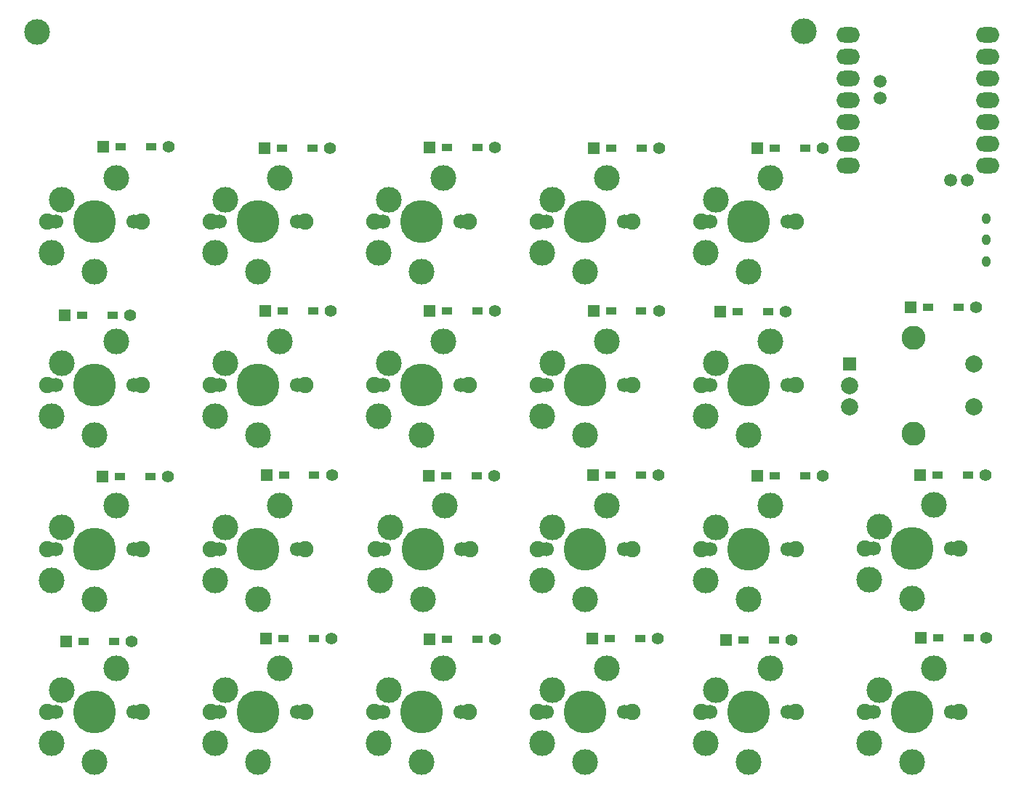
<source format=gbr>
%TF.GenerationSoftware,KiCad,Pcbnew,8.0.7*%
%TF.CreationDate,2025-02-15T16:26:46+09:00*%
%TF.ProjectId,cool642tb_L,636f6f6c-3634-4327-9462-5f4c2e6b6963,rev?*%
%TF.SameCoordinates,Original*%
%TF.FileFunction,Soldermask,Top*%
%TF.FilePolarity,Negative*%
%FSLAX46Y46*%
G04 Gerber Fmt 4.6, Leading zero omitted, Abs format (unit mm)*
G04 Created by KiCad (PCBNEW 8.0.7) date 2025-02-15 16:26:46*
%MOMM*%
%LPD*%
G01*
G04 APERTURE LIST*
%ADD10C,1.900000*%
%ADD11C,1.700000*%
%ADD12C,3.000000*%
%ADD13C,5.000000*%
%ADD14R,1.397000X1.397000*%
%ADD15R,1.300000X0.950000*%
%ADD16C,1.397000*%
%ADD17C,2.000000*%
%ADD18R,1.500000X1.500000*%
%ADD19C,2.800000*%
%ADD20O,1.000000X1.300000*%
%ADD21O,2.750000X1.800000*%
%ADD22C,1.500000*%
G04 APERTURE END LIST*
D10*
%TO.C,SW14*%
X51650000Y-19050000D03*
D11*
X52070000Y-19050000D03*
D12*
X52150000Y-22750000D03*
D11*
X52650000Y-19050000D03*
D12*
X53340000Y-16510000D03*
D13*
X57150000Y-19050000D03*
D12*
X57150000Y-24950000D03*
X59690000Y-13970000D03*
D11*
X61650000Y-19050000D03*
X62230000Y-19050000D03*
D10*
X62650000Y-19050000D03*
%TD*%
D14*
%TO.C,D3*%
X890000Y-29720000D03*
D15*
X2925000Y-29720000D03*
X6475000Y-29720000D03*
D16*
X8510000Y-29720000D03*
%TD*%
D12*
%TO.C,B1*%
X-6700000Y22080000D03*
X82570000Y22120000D03*
%TD*%
D10*
%TO.C,SW18*%
X70700000Y-19050000D03*
D11*
X71120000Y-19050000D03*
D12*
X71200000Y-22750000D03*
D11*
X71700000Y-19050000D03*
D12*
X72390000Y-16510000D03*
D13*
X76200000Y-19050000D03*
D12*
X76200000Y-24950000D03*
X78740000Y-13970000D03*
D11*
X80700000Y-19050000D03*
X81280000Y-19050000D03*
D10*
X81700000Y-19050000D03*
%TD*%
D14*
%TO.C,D13*%
X58170000Y8480000D03*
D15*
X60205000Y8480000D03*
X63755000Y8480000D03*
D16*
X65790000Y8480000D03*
%TD*%
D10*
%TO.C,SW12*%
X32600000Y-57150000D03*
D11*
X33020000Y-57150000D03*
D12*
X33100000Y-60850000D03*
D11*
X33600000Y-57150000D03*
D12*
X34290000Y-54610000D03*
D13*
X38100000Y-57150000D03*
D12*
X38100000Y-63050000D03*
X40640000Y-52070000D03*
D11*
X42600000Y-57150000D03*
X43180000Y-57150000D03*
D10*
X43600000Y-57150000D03*
%TD*%
%TO.C,SW23*%
X89750000Y-57150000D03*
D11*
X90170000Y-57150000D03*
D12*
X90250000Y-60850000D03*
D11*
X90750000Y-57150000D03*
D12*
X91440000Y-54610000D03*
D13*
X95250000Y-57150000D03*
D12*
X95250000Y-63050000D03*
X97790000Y-52070000D03*
D11*
X99750000Y-57150000D03*
X100330000Y-57150000D03*
D10*
X100750000Y-57150000D03*
%TD*%
D14*
%TO.C,D10*%
X39000000Y-10420000D03*
D15*
X41035000Y-10420000D03*
X44585000Y-10420000D03*
D16*
X46620000Y-10420000D03*
%TD*%
D14*
%TO.C,D19*%
X77190000Y-29630000D03*
D15*
X79225000Y-29630000D03*
X82775000Y-29630000D03*
D16*
X84810000Y-29630000D03*
%TD*%
D14*
%TO.C,D16*%
X57960000Y-48600000D03*
D15*
X59995000Y-48600000D03*
X63545000Y-48600000D03*
D16*
X65580000Y-48600000D03*
%TD*%
D10*
%TO.C,SW19*%
X70700000Y-38200000D03*
D11*
X71120000Y-38200000D03*
D12*
X71200000Y-41900000D03*
D11*
X71700000Y-38200000D03*
D12*
X72390000Y-35660000D03*
D13*
X76200000Y-38200000D03*
D12*
X76200000Y-44100000D03*
X78740000Y-33120000D03*
D11*
X80700000Y-38200000D03*
X81280000Y-38200000D03*
D10*
X81700000Y-38200000D03*
%TD*%
%TO.C,SW1*%
X-5500000Y0D03*
D11*
X-5080000Y0D03*
D12*
X-5000000Y-3700000D03*
D11*
X-4500000Y0D03*
D12*
X-3810000Y2540000D03*
D13*
X0Y0D03*
D12*
X0Y-5900000D03*
X2540000Y5080000D03*
D11*
X4500000Y0D03*
X5080000Y0D03*
D10*
X5500000Y0D03*
%TD*%
%TO.C,SW13*%
X51650000Y0D03*
D11*
X52070000Y0D03*
D12*
X52150000Y-3700000D03*
D11*
X52650000Y0D03*
D12*
X53340000Y2540000D03*
D13*
X57150000Y0D03*
D12*
X57150000Y-5900000D03*
X59690000Y5080000D03*
D11*
X61650000Y0D03*
X62230000Y0D03*
D10*
X62650000Y0D03*
%TD*%
D14*
%TO.C,D7*%
X19990000Y-29570000D03*
D15*
X22025000Y-29570000D03*
X25575000Y-29570000D03*
D16*
X27610000Y-29570000D03*
%TD*%
D14*
%TO.C,D21*%
X95025000Y-10040000D03*
D15*
X97060000Y-10040000D03*
X100610000Y-10040000D03*
D16*
X102645000Y-10040000D03*
%TD*%
D10*
%TO.C,SW10*%
X32600000Y-19050000D03*
D11*
X33020000Y-19050000D03*
D12*
X33100000Y-22750000D03*
D11*
X33600000Y-19050000D03*
D12*
X34290000Y-16510000D03*
D13*
X38100000Y-19050000D03*
D12*
X38100000Y-24950000D03*
X40640000Y-13970000D03*
D11*
X42600000Y-19050000D03*
X43180000Y-19050000D03*
D10*
X43600000Y-19050000D03*
%TD*%
D14*
%TO.C,D14*%
X58090000Y-10490000D03*
D15*
X60125000Y-10490000D03*
X63675000Y-10490000D03*
D16*
X65710000Y-10490000D03*
%TD*%
D14*
%TO.C,D18*%
X72855000Y-10550000D03*
D15*
X74890000Y-10550000D03*
X78440000Y-10550000D03*
D16*
X80475000Y-10550000D03*
%TD*%
D14*
%TO.C,D5*%
X19770000Y8520000D03*
D15*
X21805000Y8520000D03*
X25355000Y8520000D03*
D16*
X27390000Y8520000D03*
%TD*%
D10*
%TO.C,SW9*%
X32600000Y0D03*
D11*
X33020000Y0D03*
D12*
X33100000Y-3700000D03*
D11*
X33600000Y0D03*
D12*
X34290000Y2540000D03*
D13*
X38100000Y0D03*
D12*
X38100000Y-5900000D03*
X40640000Y5080000D03*
D11*
X42600000Y0D03*
X43180000Y0D03*
D10*
X43600000Y0D03*
%TD*%
%TO.C,SW15*%
X51650000Y-38200000D03*
D11*
X52070000Y-38200000D03*
D12*
X52150000Y-41900000D03*
D11*
X52650000Y-38200000D03*
D12*
X53340000Y-35660000D03*
D13*
X57150000Y-38200000D03*
D12*
X57150000Y-44100000D03*
X59690000Y-33120000D03*
D11*
X61650000Y-38200000D03*
X62230000Y-38200000D03*
D10*
X62650000Y-38200000D03*
%TD*%
%TO.C,SW11*%
X32700000Y-38200000D03*
D11*
X33120000Y-38200000D03*
D12*
X33200000Y-41900000D03*
D11*
X33700000Y-38200000D03*
D12*
X34390000Y-35660000D03*
D13*
X38200000Y-38200000D03*
D12*
X38200000Y-44100000D03*
X40740000Y-33120000D03*
D11*
X42700000Y-38200000D03*
X43280000Y-38200000D03*
D10*
X43700000Y-38200000D03*
%TD*%
%TO.C,SW5*%
X13550000Y0D03*
D11*
X13970000Y0D03*
D12*
X14050000Y-3700000D03*
D11*
X14550000Y0D03*
D12*
X15240000Y2540000D03*
D13*
X19050000Y0D03*
D12*
X19050000Y-5900000D03*
X21590000Y5080000D03*
D11*
X23550000Y0D03*
X24130000Y0D03*
D10*
X24550000Y0D03*
%TD*%
D14*
%TO.C,D9*%
X39010000Y8610000D03*
D15*
X41045000Y8610000D03*
X44595000Y8610000D03*
D16*
X46630000Y8610000D03*
%TD*%
D14*
%TO.C,D8*%
X19920000Y-48670000D03*
D15*
X21955000Y-48670000D03*
X25505000Y-48670000D03*
D16*
X27540000Y-48670000D03*
%TD*%
D10*
%TO.C,SW4*%
X-5500000Y-57150000D03*
D11*
X-5080000Y-57150000D03*
D12*
X-5000000Y-60850000D03*
D11*
X-4500000Y-57150000D03*
D12*
X-3810000Y-54610000D03*
D13*
X0Y-57150000D03*
D12*
X0Y-63050000D03*
X2540000Y-52070000D03*
D11*
X4500000Y-57150000D03*
X5080000Y-57150000D03*
D10*
X5500000Y-57150000D03*
%TD*%
%TO.C,SW17*%
X70700000Y0D03*
D11*
X71120000Y0D03*
D12*
X71200000Y-3700000D03*
D11*
X71700000Y0D03*
D12*
X72390000Y2540000D03*
D13*
X76200000Y0D03*
D12*
X76200000Y-5900000D03*
X78740000Y5080000D03*
D11*
X80700000Y0D03*
X81280000Y0D03*
D10*
X81700000Y0D03*
%TD*%
D14*
%TO.C,D23*%
X96270000Y-48510000D03*
D15*
X98305000Y-48510000D03*
X101855000Y-48510000D03*
D16*
X103890000Y-48510000D03*
%TD*%
D10*
%TO.C,SW22*%
X89750000Y-38100000D03*
D11*
X90170000Y-38100000D03*
D12*
X90250000Y-41800000D03*
D11*
X90750000Y-38100000D03*
D12*
X91440000Y-35560000D03*
D13*
X95250000Y-38100000D03*
D12*
X95250000Y-44000000D03*
X97790000Y-33020000D03*
D11*
X99750000Y-38100000D03*
X100330000Y-38100000D03*
D10*
X100750000Y-38100000D03*
%TD*%
D14*
%TO.C,D11*%
X38900000Y-29650000D03*
D15*
X40935000Y-29650000D03*
X44485000Y-29650000D03*
D16*
X46520000Y-29650000D03*
%TD*%
D10*
%TO.C,SW6*%
X13550000Y-19050000D03*
D11*
X13970000Y-19050000D03*
D12*
X14050000Y-22750000D03*
D11*
X14550000Y-19050000D03*
D12*
X15240000Y-16510000D03*
D13*
X19050000Y-19050000D03*
D12*
X19050000Y-24950000D03*
X21590000Y-13970000D03*
D11*
X23550000Y-19050000D03*
X24130000Y-19050000D03*
D10*
X24550000Y-19050000D03*
%TD*%
D17*
%TO.C,SW21*%
X102400000Y-16660000D03*
X102400000Y-21660000D03*
D18*
X87900000Y-16660000D03*
D17*
X87900000Y-21660000D03*
X87900000Y-19160000D03*
D19*
X95400000Y-13560000D03*
X95400000Y-24760000D03*
%TD*%
D10*
%TO.C,SW3*%
X-5500000Y-38200000D03*
D11*
X-5080000Y-38200000D03*
D12*
X-5000000Y-41900000D03*
D11*
X-4500000Y-38200000D03*
D12*
X-3810000Y-35660000D03*
D13*
X0Y-38200000D03*
D12*
X0Y-44100000D03*
X2540000Y-33120000D03*
D11*
X4500000Y-38200000D03*
X5080000Y-38200000D03*
D10*
X5500000Y-38200000D03*
%TD*%
D14*
%TO.C,D6*%
X19890000Y-10420000D03*
D15*
X21925000Y-10420000D03*
X25475000Y-10420000D03*
D16*
X27510000Y-10420000D03*
%TD*%
D10*
%TO.C,SW2*%
X-5500000Y-19050000D03*
D11*
X-5080000Y-19050000D03*
D12*
X-5000000Y-22750000D03*
D11*
X-4500000Y-19050000D03*
D12*
X-3810000Y-16510000D03*
D13*
X0Y-19050000D03*
D12*
X0Y-24950000D03*
X2540000Y-13970000D03*
D11*
X4500000Y-19050000D03*
X5080000Y-19050000D03*
D10*
X5500000Y-19050000D03*
%TD*%
%TO.C,SW16*%
X51650000Y-57150000D03*
D11*
X52070000Y-57150000D03*
D12*
X52150000Y-60850000D03*
D11*
X52650000Y-57150000D03*
D12*
X53340000Y-54610000D03*
D13*
X57150000Y-57150000D03*
D12*
X57150000Y-63050000D03*
X59690000Y-52070000D03*
D11*
X61650000Y-57150000D03*
X62230000Y-57150000D03*
D10*
X62650000Y-57150000D03*
%TD*%
D20*
%TO.C,SW24*%
X103890000Y340000D03*
X103890000Y-2160000D03*
X103890000Y-4660000D03*
%TD*%
D14*
%TO.C,D15*%
X58040000Y-29620000D03*
D15*
X60075000Y-29620000D03*
X63625000Y-29620000D03*
D16*
X65660000Y-29620000D03*
%TD*%
D10*
%TO.C,SW8*%
X13550000Y-57150000D03*
D11*
X13970000Y-57150000D03*
D12*
X14050000Y-60850000D03*
D11*
X14550000Y-57150000D03*
D12*
X15240000Y-54610000D03*
D13*
X19050000Y-57150000D03*
D12*
X19050000Y-63050000D03*
X21590000Y-52070000D03*
D11*
X23550000Y-57150000D03*
X24130000Y-57150000D03*
D10*
X24550000Y-57150000D03*
%TD*%
D14*
%TO.C,D2*%
X-3500000Y-10920000D03*
D15*
X-1465000Y-10920000D03*
X2085000Y-10920000D03*
D16*
X4120000Y-10920000D03*
%TD*%
D14*
%TO.C,D12*%
X38990000Y-48690000D03*
D15*
X41025000Y-48690000D03*
X44575000Y-48690000D03*
D16*
X46610000Y-48690000D03*
%TD*%
D14*
%TO.C,D4*%
X-3300000Y-48970000D03*
D15*
X-1265000Y-48970000D03*
X2285000Y-48970000D03*
D16*
X4320000Y-48970000D03*
%TD*%
D14*
%TO.C,D1*%
X960000Y8650000D03*
D15*
X2995000Y8650000D03*
X6545000Y8650000D03*
D16*
X8580000Y8650000D03*
%TD*%
D14*
%TO.C,D17*%
X77195000Y8510000D03*
D15*
X79230000Y8510000D03*
X82780000Y8510000D03*
D16*
X84815000Y8510000D03*
%TD*%
D10*
%TO.C,SW7*%
X13550000Y-38200000D03*
D11*
X13970000Y-38200000D03*
D12*
X14050000Y-41900000D03*
D11*
X14550000Y-38200000D03*
D12*
X15240000Y-35660000D03*
D13*
X19050000Y-38200000D03*
D12*
X19050000Y-44100000D03*
X21590000Y-33120000D03*
D11*
X23550000Y-38200000D03*
X24130000Y-38200000D03*
D10*
X24550000Y-38200000D03*
%TD*%
D21*
%TO.C,U1*%
X87790000Y21686000D03*
X87790000Y19146000D03*
X87790000Y16606000D03*
X87790000Y14066000D03*
X87790000Y11526000D03*
X87790000Y8986000D03*
X87790000Y6446000D03*
X104030000Y6446000D03*
X104030000Y8986000D03*
X104030000Y11526000D03*
X104030000Y14066000D03*
X104030000Y16606000D03*
X104030000Y19146000D03*
X104030000Y21686000D03*
D22*
X99745400Y4754000D03*
X101625000Y4754000D03*
X91465000Y14383000D03*
X91465000Y16288000D03*
%TD*%
D10*
%TO.C,SW20*%
X70700000Y-57150000D03*
D11*
X71120000Y-57150000D03*
D12*
X71200000Y-60850000D03*
D11*
X71700000Y-57150000D03*
D12*
X72390000Y-54610000D03*
D13*
X76200000Y-57150000D03*
D12*
X76200000Y-63050000D03*
X78740000Y-52070000D03*
D11*
X80700000Y-57150000D03*
X81280000Y-57150000D03*
D10*
X81700000Y-57150000D03*
%TD*%
D14*
%TO.C,D22*%
X96170000Y-29600000D03*
D15*
X98205000Y-29600000D03*
X101755000Y-29600000D03*
D16*
X103790000Y-29600000D03*
%TD*%
D14*
%TO.C,D20*%
X73540000Y-48810000D03*
D15*
X75575000Y-48810000D03*
X79125000Y-48810000D03*
D16*
X81160000Y-48810000D03*
%TD*%
M02*

</source>
